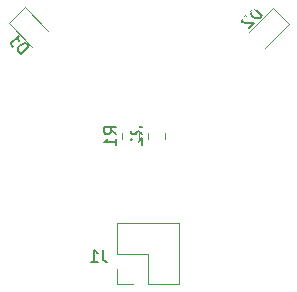
<source format=gbo>
G04 #@! TF.GenerationSoftware,KiCad,Pcbnew,5.1.6-c6e7f7d~87~ubuntu18.04.1*
G04 #@! TF.CreationDate,2020-07-20T20:37:32+02:00*
G04 #@! TF.ProjectId,cat-demo,6361742d-6465-46d6-9f2e-6b696361645f,rev?*
G04 #@! TF.SameCoordinates,Original*
G04 #@! TF.FileFunction,Legend,Bot*
G04 #@! TF.FilePolarity,Positive*
%FSLAX46Y46*%
G04 Gerber Fmt 4.6, Leading zero omitted, Abs format (unit mm)*
G04 Created by KiCad (PCBNEW 5.1.6-c6e7f7d~87~ubuntu18.04.1) date 2020-07-20 20:37:32*
%MOMM*%
%LPD*%
G01*
G04 APERTURE LIST*
%ADD10C,0.120000*%
%ADD11C,0.150000*%
%ADD12C,0.100000*%
%ADD13O,1.800000X1.800000*%
%ADD14R,1.800000X1.800000*%
G04 APERTURE END LIST*
D10*
X133020000Y-83053748D02*
X133020000Y-83576252D01*
X131600000Y-83053748D02*
X131600000Y-83576252D01*
X130790000Y-83053748D02*
X130790000Y-83576252D01*
X129370000Y-83053748D02*
X129370000Y-83576252D01*
X143524041Y-73843604D02*
X141501716Y-75865929D01*
X142166396Y-72485959D02*
X143524041Y-73843604D01*
X140144071Y-74508284D02*
X142166396Y-72485959D01*
X121128388Y-72390743D02*
X123150713Y-74413068D01*
X119770743Y-73748388D02*
X121128388Y-72390743D01*
X121793068Y-75770713D02*
X119770743Y-73748388D01*
X128970000Y-95855000D02*
X130300000Y-95855000D01*
X128970000Y-94525000D02*
X128970000Y-95855000D01*
X131570000Y-95855000D02*
X134170000Y-95855000D01*
X131570000Y-93255000D02*
X131570000Y-95855000D01*
X128970000Y-93255000D02*
X131570000Y-93255000D01*
X134170000Y-95855000D02*
X134170000Y-90655000D01*
X128970000Y-93255000D02*
X128970000Y-90655000D01*
X128970000Y-90655000D02*
X134170000Y-90655000D01*
D11*
X131112380Y-83148333D02*
X130636190Y-82815000D01*
X131112380Y-82576904D02*
X130112380Y-82576904D01*
X130112380Y-82957857D01*
X130160000Y-83053095D01*
X130207619Y-83100714D01*
X130302857Y-83148333D01*
X130445714Y-83148333D01*
X130540952Y-83100714D01*
X130588571Y-83053095D01*
X130636190Y-82957857D01*
X130636190Y-82576904D01*
X130207619Y-83529285D02*
X130160000Y-83576904D01*
X130112380Y-83672142D01*
X130112380Y-83910238D01*
X130160000Y-84005476D01*
X130207619Y-84053095D01*
X130302857Y-84100714D01*
X130398095Y-84100714D01*
X130540952Y-84053095D01*
X131112380Y-83481666D01*
X131112380Y-84100714D01*
X128882380Y-83148333D02*
X128406190Y-82815000D01*
X128882380Y-82576904D02*
X127882380Y-82576904D01*
X127882380Y-82957857D01*
X127930000Y-83053095D01*
X127977619Y-83100714D01*
X128072857Y-83148333D01*
X128215714Y-83148333D01*
X128310952Y-83100714D01*
X128358571Y-83053095D01*
X128406190Y-82957857D01*
X128406190Y-82576904D01*
X128882380Y-84100714D02*
X128882380Y-83529285D01*
X128882380Y-83815000D02*
X127882380Y-83815000D01*
X128025238Y-83719761D01*
X128120476Y-83624523D01*
X128168095Y-83529285D01*
X141205067Y-73111243D02*
X140497961Y-72404136D01*
X140329602Y-72572495D01*
X140262258Y-72707182D01*
X140262258Y-72841869D01*
X140295930Y-72942884D01*
X140396945Y-73111243D01*
X140497961Y-73212258D01*
X140666319Y-73313274D01*
X140767335Y-73346945D01*
X140902022Y-73346945D01*
X141036709Y-73279602D01*
X141205067Y-73111243D01*
X139891869Y-73144915D02*
X139824525Y-73144915D01*
X139723510Y-73178586D01*
X139555151Y-73346945D01*
X139521480Y-73447961D01*
X139521480Y-73515304D01*
X139555151Y-73616319D01*
X139622495Y-73683663D01*
X139757182Y-73751006D01*
X140565304Y-73751006D01*
X140127571Y-74188739D01*
X120800088Y-76393303D02*
X121507195Y-75686197D01*
X121338836Y-75517838D01*
X121204149Y-75450494D01*
X121069462Y-75450494D01*
X120968447Y-75484166D01*
X120800088Y-75585181D01*
X120699073Y-75686197D01*
X120598058Y-75854555D01*
X120564386Y-75955571D01*
X120564386Y-76090258D01*
X120631729Y-76224945D01*
X120800088Y-76393303D01*
X119722592Y-75315807D02*
X120126653Y-75719868D01*
X119924622Y-75517838D02*
X120631729Y-74810731D01*
X120598058Y-74979090D01*
X120598058Y-75113777D01*
X120631729Y-75214792D01*
X127763333Y-92932380D02*
X127763333Y-93646666D01*
X127810952Y-93789523D01*
X127906190Y-93884761D01*
X128049047Y-93932380D01*
X128144285Y-93932380D01*
X126763333Y-93932380D02*
X127334761Y-93932380D01*
X127049047Y-93932380D02*
X127049047Y-92932380D01*
X127144285Y-93075238D01*
X127239523Y-93170476D01*
X127334761Y-93218095D01*
%LPC*%
D12*
G36*
X124550000Y-72880000D02*
G01*
X125300000Y-75490000D01*
X124060000Y-77550000D01*
X122940000Y-76080000D01*
X123760000Y-75340000D01*
X123440000Y-73850000D01*
X122250000Y-72530000D01*
X120980000Y-72290000D01*
X119540000Y-73130000D01*
X119440000Y-73920000D01*
X119860000Y-75760000D01*
X120680000Y-76730000D01*
X122020000Y-76730000D01*
X122590000Y-76580000D01*
X122820000Y-76300000D01*
X123710000Y-77640000D01*
X122620000Y-78020000D01*
X121720000Y-78210000D01*
X120380000Y-77740000D01*
X118750000Y-76450000D01*
X118570000Y-74340000D01*
X118670000Y-72760000D01*
X119590000Y-72040000D01*
X120830000Y-71270000D01*
X122870000Y-71270000D01*
X124550000Y-72880000D01*
G37*
X124550000Y-72880000D02*
X125300000Y-75490000D01*
X124060000Y-77550000D01*
X122940000Y-76080000D01*
X123760000Y-75340000D01*
X123440000Y-73850000D01*
X122250000Y-72530000D01*
X120980000Y-72290000D01*
X119540000Y-73130000D01*
X119440000Y-73920000D01*
X119860000Y-75760000D01*
X120680000Y-76730000D01*
X122020000Y-76730000D01*
X122590000Y-76580000D01*
X122820000Y-76300000D01*
X123710000Y-77640000D01*
X122620000Y-78020000D01*
X121720000Y-78210000D01*
X120380000Y-77740000D01*
X118750000Y-76450000D01*
X118570000Y-74340000D01*
X118670000Y-72760000D01*
X119590000Y-72040000D01*
X120830000Y-71270000D01*
X122870000Y-71270000D01*
X124550000Y-72880000D01*
G36*
X143360000Y-71470000D02*
G01*
X144080000Y-72390000D01*
X144850000Y-73630000D01*
X144850000Y-75670000D01*
X143240000Y-77350000D01*
X140630000Y-78100000D01*
X138570000Y-76860000D01*
X140040000Y-75740000D01*
X140780000Y-76560000D01*
X142270000Y-76240000D01*
X143590000Y-75050000D01*
X143830000Y-73780000D01*
X142990000Y-72340000D01*
X142200000Y-72240000D01*
X140360000Y-72660000D01*
X139390000Y-73480000D01*
X139390000Y-74820000D01*
X139540000Y-75390000D01*
X139820000Y-75620000D01*
X138480000Y-76510000D01*
X138100000Y-75420000D01*
X137910000Y-74520000D01*
X138380000Y-73180000D01*
X139670000Y-71550000D01*
X141780000Y-71370000D01*
X143360000Y-71470000D01*
G37*
X143360000Y-71470000D02*
X144080000Y-72390000D01*
X144850000Y-73630000D01*
X144850000Y-75670000D01*
X143240000Y-77350000D01*
X140630000Y-78100000D01*
X138570000Y-76860000D01*
X140040000Y-75740000D01*
X140780000Y-76560000D01*
X142270000Y-76240000D01*
X143590000Y-75050000D01*
X143830000Y-73780000D01*
X142990000Y-72340000D01*
X142200000Y-72240000D01*
X140360000Y-72660000D01*
X139390000Y-73480000D01*
X139390000Y-74820000D01*
X139540000Y-75390000D01*
X139820000Y-75620000D01*
X138480000Y-76510000D01*
X138100000Y-75420000D01*
X137910000Y-74520000D01*
X138380000Y-73180000D01*
X139670000Y-71550000D01*
X141780000Y-71370000D01*
X143360000Y-71470000D01*
G36*
G01*
X131831738Y-83715000D02*
X132788262Y-83715000D01*
G75*
G02*
X133060000Y-83986738I0J-271738D01*
G01*
X133060000Y-84693262D01*
G75*
G02*
X132788262Y-84965000I-271738J0D01*
G01*
X131831738Y-84965000D01*
G75*
G02*
X131560000Y-84693262I0J271738D01*
G01*
X131560000Y-83986738D01*
G75*
G02*
X131831738Y-83715000I271738J0D01*
G01*
G37*
G36*
G01*
X131831738Y-81665000D02*
X132788262Y-81665000D01*
G75*
G02*
X133060000Y-81936738I0J-271738D01*
G01*
X133060000Y-82643262D01*
G75*
G02*
X132788262Y-82915000I-271738J0D01*
G01*
X131831738Y-82915000D01*
G75*
G02*
X131560000Y-82643262I0J271738D01*
G01*
X131560000Y-81936738D01*
G75*
G02*
X131831738Y-81665000I271738J0D01*
G01*
G37*
G36*
G01*
X129601738Y-83715000D02*
X130558262Y-83715000D01*
G75*
G02*
X130830000Y-83986738I0J-271738D01*
G01*
X130830000Y-84693262D01*
G75*
G02*
X130558262Y-84965000I-271738J0D01*
G01*
X129601738Y-84965000D01*
G75*
G02*
X129330000Y-84693262I0J271738D01*
G01*
X129330000Y-83986738D01*
G75*
G02*
X129601738Y-83715000I271738J0D01*
G01*
G37*
G36*
G01*
X129601738Y-81665000D02*
X130558262Y-81665000D01*
G75*
G02*
X130830000Y-81936738I0J-271738D01*
G01*
X130830000Y-82643262D01*
G75*
G02*
X130558262Y-82915000I-271738J0D01*
G01*
X129601738Y-82915000D01*
G75*
G02*
X129330000Y-82643262I0J271738D01*
G01*
X129330000Y-81936738D01*
G75*
G02*
X129601738Y-81665000I271738J0D01*
G01*
G37*
G36*
G01*
X140908975Y-74424660D02*
X141585340Y-75101024D01*
G75*
G02*
X141585340Y-75485320I-192148J-192148D01*
G01*
X141085752Y-75984908D01*
G75*
G02*
X140701456Y-75984908I-192148J192148D01*
G01*
X140025092Y-75308544D01*
G75*
G02*
X140025092Y-74924248I192148J192148D01*
G01*
X140524680Y-74424660D01*
G75*
G02*
X140908976Y-74424660I192148J-192148D01*
G01*
G37*
G36*
G01*
X142358543Y-72975092D02*
X143034908Y-73651456D01*
G75*
G02*
X143034908Y-74035752I-192148J-192148D01*
G01*
X142535320Y-74535340D01*
G75*
G02*
X142151024Y-74535340I-192148J192148D01*
G01*
X141474660Y-73858976D01*
G75*
G02*
X141474660Y-73474680I192148J192148D01*
G01*
X141974248Y-72975092D01*
G75*
G02*
X142358544Y-72975092I192148J-192148D01*
G01*
G37*
G36*
G01*
X121709444Y-75005809D02*
X122385808Y-74329444D01*
G75*
G02*
X122770104Y-74329444I192148J-192148D01*
G01*
X123269692Y-74829032D01*
G75*
G02*
X123269692Y-75213328I-192148J-192148D01*
G01*
X122593328Y-75889692D01*
G75*
G02*
X122209032Y-75889692I-192148J192148D01*
G01*
X121709444Y-75390104D01*
G75*
G02*
X121709444Y-75005808I192148J192148D01*
G01*
G37*
G36*
G01*
X120259876Y-73556241D02*
X120936240Y-72879876D01*
G75*
G02*
X121320536Y-72879876I192148J-192148D01*
G01*
X121820124Y-73379464D01*
G75*
G02*
X121820124Y-73763760I-192148J-192148D01*
G01*
X121143760Y-74440124D01*
G75*
G02*
X120759464Y-74440124I-192148J192148D01*
G01*
X120259876Y-73940536D01*
G75*
G02*
X120259876Y-73556240I192148J192148D01*
G01*
G37*
D13*
X132840000Y-91985000D03*
X130300000Y-91985000D03*
X132840000Y-94525000D03*
D14*
X130300000Y-94525000D03*
M02*

</source>
